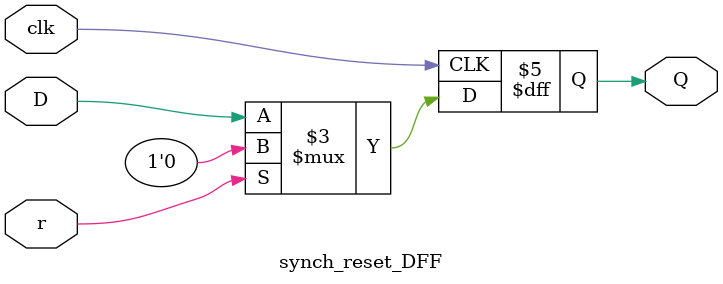
<source format=v>
`timescale 1ns / 1ps


module synch_reset_DFF(Q,D,r,clk);
    output reg Q;
    input D, clk, r;
    
    always @(posedge clk)
    begin
     Q <= D;
     if(r == 1)
        Q <= 0;
    end   
endmodule


</source>
